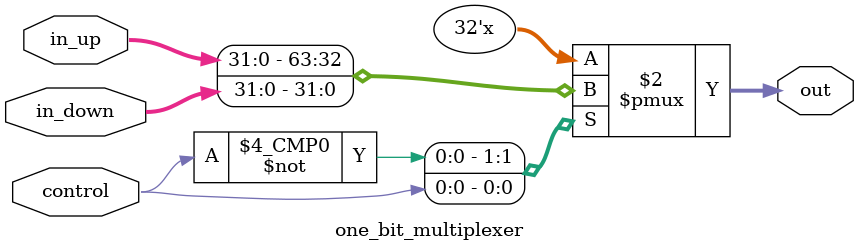
<source format=v>
`timescale 1ns / 1ps


module one_bit_multiplexer(
//compulsory input
    input [31:0]in_up,
    input [31:0]in_down,
    input control,
//compulsory output
    output reg [31:0]out
// my inout
    );
    
    always@(*)begin
        case (control)
            0: begin
                out = in_up;
            end
            1: begin
                out = in_down;
            end
        endcase
    end
    
    
    
endmodule
</source>
